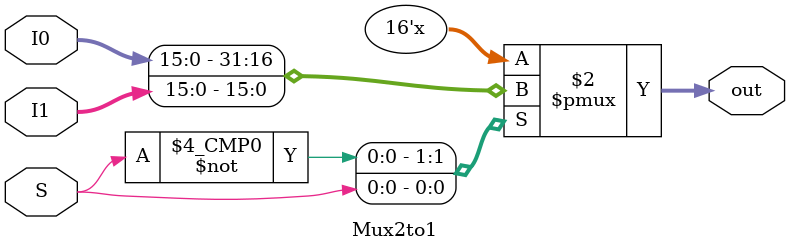
<source format=v>

module Mux2to1 ( I0,
				 I1,
				 S,
				 out);

	parameter bit_size = 16;

	input  [bit_size-1:0] I0;
	input  [bit_size-1:0] I1;
	input  S;

	output [bit_size-1:0] out;
  	reg [bit_size-1:0] out;
	/* implement Mux2to1 */
	// assign out =  ;
	always@ (*) begin
		case (S)
    
		1'b0 : begin out=I0; end
		1'b1 : begin out=I1; end
    default : begin out=16'b0000000000000000; end
    
		endcase // S
	end
endmodule






</source>
